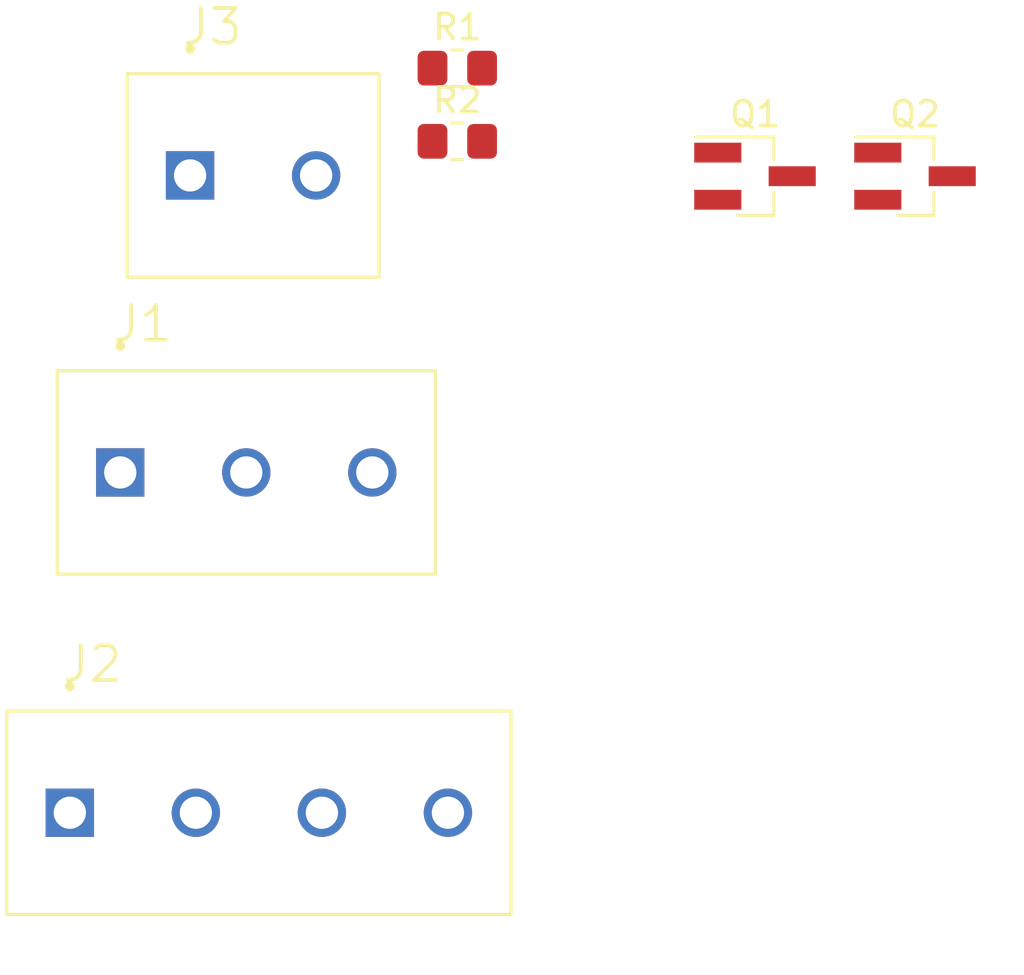
<source format=kicad_pcb>
(kicad_pcb (version 20171130) (host pcbnew "(5.1.10)-1")

  (general
    (thickness 1.6)
    (drawings 0)
    (tracks 0)
    (zones 0)
    (modules 7)
    (nets 9)
  )

  (page A4)
  (layers
    (0 F.Cu signal)
    (31 B.Cu signal)
    (32 B.Adhes user)
    (33 F.Adhes user)
    (34 B.Paste user)
    (35 F.Paste user)
    (36 B.SilkS user)
    (37 F.SilkS user)
    (38 B.Mask user)
    (39 F.Mask user)
    (40 Dwgs.User user)
    (41 Cmts.User user)
    (42 Eco1.User user)
    (43 Eco2.User user)
    (44 Edge.Cuts user)
    (45 Margin user)
    (46 B.CrtYd user)
    (47 F.CrtYd user)
    (48 B.Fab user)
    (49 F.Fab user)
  )

  (setup
    (last_trace_width 0.25)
    (trace_clearance 0.2)
    (zone_clearance 0.508)
    (zone_45_only no)
    (trace_min 0.2)
    (via_size 0.8)
    (via_drill 0.4)
    (via_min_size 0.4)
    (via_min_drill 0.3)
    (uvia_size 0.3)
    (uvia_drill 0.1)
    (uvias_allowed no)
    (uvia_min_size 0.2)
    (uvia_min_drill 0.1)
    (edge_width 0.05)
    (segment_width 0.2)
    (pcb_text_width 0.3)
    (pcb_text_size 1.5 1.5)
    (mod_edge_width 0.12)
    (mod_text_size 1 1)
    (mod_text_width 0.15)
    (pad_size 1.524 1.524)
    (pad_drill 0.762)
    (pad_to_mask_clearance 0)
    (aux_axis_origin 0 0)
    (visible_elements 7FFFFFFF)
    (pcbplotparams
      (layerselection 0x010fc_ffffffff)
      (usegerberextensions false)
      (usegerberattributes true)
      (usegerberadvancedattributes true)
      (creategerberjobfile true)
      (excludeedgelayer true)
      (linewidth 0.100000)
      (plotframeref false)
      (viasonmask false)
      (mode 1)
      (useauxorigin false)
      (hpglpennumber 1)
      (hpglpenspeed 20)
      (hpglpendiameter 15.000000)
      (psnegative false)
      (psa4output false)
      (plotreference true)
      (plotvalue true)
      (plotinvisibletext false)
      (padsonsilk false)
      (subtractmaskfromsilk false)
      (outputformat 1)
      (mirror false)
      (drillshape 1)
      (scaleselection 1)
      (outputdirectory ""))
  )

  (net 0 "")
  (net 1 "Net-(Q1-Pad1)")
  (net 2 "Net-(Q2-Pad1)")
  (net 3 SIG1)
  (net 4 SIG2)
  (net 5 GND)
  (net 6 VCC)
  (net 7 LED1N)
  (net 8 LED2N)

  (net_class Default "This is the default net class."
    (clearance 0.2)
    (trace_width 0.25)
    (via_dia 0.8)
    (via_drill 0.4)
    (uvia_dia 0.3)
    (uvia_drill 0.1)
    (add_net GND)
    (add_net LED1N)
    (add_net LED2N)
    (add_net "Net-(Q1-Pad1)")
    (add_net "Net-(Q2-Pad1)")
    (add_net SIG1)
    (add_net SIG2)
    (add_net VCC)
  )

  (module CUI_TB006-508-03BE:CUI_TB006-508-03BE (layer F.Cu) (tedit 6113F46A) (tstamp 611C5DC1)
    (at 79.502 48.768)
    (path /611C0292)
    (fp_text reference J1 (at 0.905 -5.989) (layer F.SilkS)
      (effects (font (size 1.4 1.4) (thickness 0.15)))
    )
    (fp_text value Screw_Terminal_01x03 (at 12.462 5.461) (layer F.Fab)
      (effects (font (size 1.4 1.4) (thickness 0.15)))
    )
    (fp_circle (center 0 -5.1) (end 0.1 -5.1) (layer F.Fab) (width 0.2))
    (fp_circle (center 0 -5.1) (end 0.1 -5.1) (layer F.SilkS) (width 0.2))
    (fp_line (start 12.95 -4.35) (end 12.95 4.35) (layer F.CrtYd) (width 0.05))
    (fp_line (start -2.79 4.35) (end -2.79 -4.35) (layer F.CrtYd) (width 0.05))
    (fp_line (start 12.95 4.35) (end -2.79 4.35) (layer F.CrtYd) (width 0.05))
    (fp_line (start -2.79 -4.35) (end 12.95 -4.35) (layer F.CrtYd) (width 0.05))
    (fp_line (start 12.7 4.1) (end -2.54 4.1) (layer F.SilkS) (width 0.127))
    (fp_line (start -2.54 -4.1) (end 12.7 -4.1) (layer F.SilkS) (width 0.127))
    (fp_line (start 12.7 -4.1) (end 12.7 4.1) (layer F.SilkS) (width 0.127))
    (fp_line (start -2.54 4.1) (end -2.54 -4.1) (layer F.SilkS) (width 0.127))
    (fp_line (start 12.7 4.1) (end -2.54 4.1) (layer F.Fab) (width 0.127))
    (fp_line (start 12.7 -4.1) (end 12.7 4.1) (layer F.Fab) (width 0.127))
    (fp_line (start -2.54 -4.1) (end 12.7 -4.1) (layer F.Fab) (width 0.127))
    (fp_line (start -2.54 4.1) (end -2.54 -4.1) (layer F.Fab) (width 0.127))
    (pad 1 thru_hole rect (at 0 0) (size 1.95 1.95) (drill 1.3) (layers *.Cu *.Mask)
      (net 3 SIG1))
    (pad 2 thru_hole circle (at 5.08 0) (size 1.95 1.95) (drill 1.3) (layers *.Cu *.Mask)
      (net 4 SIG2))
    (pad 3 thru_hole circle (at 10.16 0) (size 1.95 1.95) (drill 1.3) (layers *.Cu *.Mask)
      (net 5 GND))
    (model ${KIPRJMOD}/Libraries/CUI_TB006-508-03BE.models/TB006-508-03BE.step
      (at (xyz 0 0 0))
      (scale (xyz 1 1 1))
      (rotate (xyz -90 0 0))
    )
  )

  (module CUI_TB006-508-04BE:CUI_TB006-508-04BE (layer F.Cu) (tedit 611C0388) (tstamp 611C611E)
    (at 77.47 62.484)
    (path /611C148E)
    (fp_text reference J2 (at 0.905 -5.989) (layer F.SilkS)
      (effects (font (size 1.4 1.4) (thickness 0.15)))
    )
    (fp_text value Screw_Terminal_01x04 (at 12.462 5.461) (layer F.Fab)
      (effects (font (size 1.4 1.4) (thickness 0.15)))
    )
    (fp_line (start -2.54 4.1) (end -2.54 -4.1) (layer F.Fab) (width 0.127))
    (fp_line (start -2.54 -4.1) (end 17.78 -4.1) (layer F.Fab) (width 0.127))
    (fp_line (start 17.78 -4.1) (end 17.78 4.1) (layer F.Fab) (width 0.127))
    (fp_line (start 17.78 4.1) (end -2.54 4.1) (layer F.Fab) (width 0.127))
    (fp_line (start -2.54 4.1) (end -2.54 -4.1) (layer F.SilkS) (width 0.127))
    (fp_line (start 17.78 -4.1) (end 17.78 4.1) (layer F.SilkS) (width 0.127))
    (fp_line (start -2.54 -4.1) (end 17.78 -4.1) (layer F.SilkS) (width 0.127))
    (fp_line (start 17.78 4.1) (end -2.54 4.1) (layer F.SilkS) (width 0.127))
    (fp_line (start -2.79 -4.35) (end 18.03 -4.35) (layer F.CrtYd) (width 0.05))
    (fp_line (start 18.03 4.35) (end -2.79 4.35) (layer F.CrtYd) (width 0.05))
    (fp_line (start -2.79 4.35) (end -2.79 -4.35) (layer F.CrtYd) (width 0.05))
    (fp_line (start 18.03 -4.35) (end 18.03 4.35) (layer F.CrtYd) (width 0.05))
    (fp_circle (center 0 -5.1) (end 0.1 -5.1) (layer F.SilkS) (width 0.2))
    (fp_circle (center 0 -5.1) (end 0.1 -5.1) (layer F.Fab) (width 0.2))
    (pad 1 thru_hole rect (at 0 0) (size 1.95 1.95) (drill 1.3) (layers *.Cu *.Mask)
      (net 6 VCC))
    (pad 2 thru_hole circle (at 5.08 0) (size 1.95 1.95) (drill 1.3) (layers *.Cu *.Mask)
      (net 7 LED1N))
    (pad 3 thru_hole circle (at 10.16 0) (size 1.95 1.95) (drill 1.3) (layers *.Cu *.Mask)
      (net 6 VCC))
    (pad 4 thru_hole circle (at 15.24 0) (size 1.95 1.95) (drill 1.3) (layers *.Cu *.Mask)
      (net 8 LED2N))
    (model ${KIPRJMOD}/Libraries/CUI_TB006-508-04BE.models/CUI_DEVICES_TB006-508-04BE.step
      (offset (xyz 20.4 4 0))
      (scale (xyz 1 1 1))
      (rotate (xyz -90 0 90))
    )
  )

  (module Package_TO_SOT_SMD:SOT-23_Handsoldering (layer F.Cu) (tedit 5A0AB76C) (tstamp 611C6428)
    (at 105.087001 36.827001)
    (descr "SOT-23, Handsoldering")
    (tags SOT-23)
    (path /611C28DF)
    (attr smd)
    (fp_text reference Q1 (at 0 -2.5) (layer F.SilkS)
      (effects (font (size 1 1) (thickness 0.15)))
    )
    (fp_text value Q_NPN_BCE (at 0 2.5) (layer F.Fab)
      (effects (font (size 1 1) (thickness 0.15)))
    )
    (fp_line (start 0.76 1.58) (end 0.76 0.65) (layer F.SilkS) (width 0.12))
    (fp_line (start 0.76 -1.58) (end 0.76 -0.65) (layer F.SilkS) (width 0.12))
    (fp_line (start -2.7 -1.75) (end 2.7 -1.75) (layer F.CrtYd) (width 0.05))
    (fp_line (start 2.7 -1.75) (end 2.7 1.75) (layer F.CrtYd) (width 0.05))
    (fp_line (start 2.7 1.75) (end -2.7 1.75) (layer F.CrtYd) (width 0.05))
    (fp_line (start -2.7 1.75) (end -2.7 -1.75) (layer F.CrtYd) (width 0.05))
    (fp_line (start 0.76 -1.58) (end -2.4 -1.58) (layer F.SilkS) (width 0.12))
    (fp_line (start -0.7 -0.95) (end -0.7 1.5) (layer F.Fab) (width 0.1))
    (fp_line (start -0.15 -1.52) (end 0.7 -1.52) (layer F.Fab) (width 0.1))
    (fp_line (start -0.7 -0.95) (end -0.15 -1.52) (layer F.Fab) (width 0.1))
    (fp_line (start 0.7 -1.52) (end 0.7 1.52) (layer F.Fab) (width 0.1))
    (fp_line (start -0.7 1.52) (end 0.7 1.52) (layer F.Fab) (width 0.1))
    (fp_line (start 0.76 1.58) (end -0.7 1.58) (layer F.SilkS) (width 0.12))
    (fp_text user %R (at 0 0 90) (layer F.Fab)
      (effects (font (size 0.5 0.5) (thickness 0.075)))
    )
    (pad 1 smd rect (at -1.5 -0.95) (size 1.9 0.8) (layers F.Cu F.Paste F.Mask)
      (net 1 "Net-(Q1-Pad1)"))
    (pad 2 smd rect (at -1.5 0.95) (size 1.9 0.8) (layers F.Cu F.Paste F.Mask)
      (net 7 LED1N))
    (pad 3 smd rect (at 1.5 0) (size 1.9 0.8) (layers F.Cu F.Paste F.Mask)
      (net 5 GND))
    (model ${KISYS3DMOD}/Package_TO_SOT_SMD.3dshapes/SOT-23.wrl
      (at (xyz 0 0 0))
      (scale (xyz 1 1 1))
      (rotate (xyz 0 0 0))
    )
  )

  (module Package_TO_SOT_SMD:SOT-23_Handsoldering (layer F.Cu) (tedit 5A0AB76C) (tstamp 611C643D)
    (at 111.537001 36.827001)
    (descr "SOT-23, Handsoldering")
    (tags SOT-23)
    (path /611C3B1E)
    (attr smd)
    (fp_text reference Q2 (at 0 -2.5) (layer F.SilkS)
      (effects (font (size 1 1) (thickness 0.15)))
    )
    (fp_text value Q_NPN_BCE (at 0 2.5) (layer F.Fab)
      (effects (font (size 1 1) (thickness 0.15)))
    )
    (fp_line (start 0.76 1.58) (end -0.7 1.58) (layer F.SilkS) (width 0.12))
    (fp_line (start -0.7 1.52) (end 0.7 1.52) (layer F.Fab) (width 0.1))
    (fp_line (start 0.7 -1.52) (end 0.7 1.52) (layer F.Fab) (width 0.1))
    (fp_line (start -0.7 -0.95) (end -0.15 -1.52) (layer F.Fab) (width 0.1))
    (fp_line (start -0.15 -1.52) (end 0.7 -1.52) (layer F.Fab) (width 0.1))
    (fp_line (start -0.7 -0.95) (end -0.7 1.5) (layer F.Fab) (width 0.1))
    (fp_line (start 0.76 -1.58) (end -2.4 -1.58) (layer F.SilkS) (width 0.12))
    (fp_line (start -2.7 1.75) (end -2.7 -1.75) (layer F.CrtYd) (width 0.05))
    (fp_line (start 2.7 1.75) (end -2.7 1.75) (layer F.CrtYd) (width 0.05))
    (fp_line (start 2.7 -1.75) (end 2.7 1.75) (layer F.CrtYd) (width 0.05))
    (fp_line (start -2.7 -1.75) (end 2.7 -1.75) (layer F.CrtYd) (width 0.05))
    (fp_line (start 0.76 -1.58) (end 0.76 -0.65) (layer F.SilkS) (width 0.12))
    (fp_line (start 0.76 1.58) (end 0.76 0.65) (layer F.SilkS) (width 0.12))
    (fp_text user %R (at 0 0 90) (layer F.Fab)
      (effects (font (size 0.5 0.5) (thickness 0.075)))
    )
    (pad 3 smd rect (at 1.5 0) (size 1.9 0.8) (layers F.Cu F.Paste F.Mask)
      (net 5 GND))
    (pad 2 smd rect (at -1.5 0.95) (size 1.9 0.8) (layers F.Cu F.Paste F.Mask)
      (net 8 LED2N))
    (pad 1 smd rect (at -1.5 -0.95) (size 1.9 0.8) (layers F.Cu F.Paste F.Mask)
      (net 2 "Net-(Q2-Pad1)"))
    (model ${KISYS3DMOD}/Package_TO_SOT_SMD.3dshapes/SOT-23.wrl
      (at (xyz 0 0 0))
      (scale (xyz 1 1 1))
      (rotate (xyz 0 0 0))
    )
  )

  (module CUI_TB006-508-02BE:CUI_TB006-508-02BE (layer F.Cu) (tedit 611C079C) (tstamp 611C65CD)
    (at 82.317001 36.796001)
    (path /611DE627)
    (fp_text reference J3 (at 0.905 -5.989) (layer F.SilkS)
      (effects (font (size 1.4 1.4) (thickness 0.15)))
    )
    (fp_text value Screw_Terminal_01x02 (at 12.462 5.461) (layer F.Fab)
      (effects (font (size 1.4 1.4) (thickness 0.15)))
    )
    (fp_circle (center 0 -5.1) (end 0.1 -5.1) (layer F.Fab) (width 0.2))
    (fp_circle (center 0 -5.1) (end 0.1 -5.1) (layer F.SilkS) (width 0.2))
    (fp_line (start 7.87 -4.35) (end 7.87 4.35) (layer F.CrtYd) (width 0.05))
    (fp_line (start -2.79 4.35) (end -2.79 -4.35) (layer F.CrtYd) (width 0.05))
    (fp_line (start 7.87 4.35) (end -2.79 4.35) (layer F.CrtYd) (width 0.05))
    (fp_line (start -2.79 -4.35) (end 7.87 -4.35) (layer F.CrtYd) (width 0.05))
    (fp_line (start 7.62 4.1) (end -2.54 4.1) (layer F.SilkS) (width 0.127))
    (fp_line (start -2.54 -4.1) (end 7.62 -4.1) (layer F.SilkS) (width 0.127))
    (fp_line (start 7.62 -4.1) (end 7.62 4.1) (layer F.SilkS) (width 0.127))
    (fp_line (start -2.54 4.1) (end -2.54 -4.1) (layer F.SilkS) (width 0.127))
    (fp_line (start 7.62 4.1) (end -2.54 4.1) (layer F.Fab) (width 0.127))
    (fp_line (start 7.62 -4.1) (end 7.62 4.1) (layer F.Fab) (width 0.127))
    (fp_line (start -2.54 -4.1) (end 7.62 -4.1) (layer F.Fab) (width 0.127))
    (fp_line (start -2.54 4.1) (end -2.54 -4.1) (layer F.Fab) (width 0.127))
    (pad 1 thru_hole rect (at 0 0) (size 1.95 1.95) (drill 1.3) (layers *.Cu *.Mask)
      (net 5 GND))
    (pad 2 thru_hole circle (at 5.08 0) (size 1.95 1.95) (drill 1.3) (layers *.Cu *.Mask)
      (net 6 VCC))
    (model ${KIPRJMOD}/Libraries/CUI_TB006-508-02BE.models/CUI_DEVICES_TB006-508-02BE.step
      (offset (xyz 10.15 4.1 0))
      (scale (xyz 1 1 1))
      (rotate (xyz -90 0 90))
    )
  )

  (module Resistor_SMD:R_0805_2012Metric_Pad1.20x1.40mm_HandSolder (layer F.Cu) (tedit 5F68FEEE) (tstamp 611C65DE)
    (at 93.087001 32.471001)
    (descr "Resistor SMD 0805 (2012 Metric), square (rectangular) end terminal, IPC_7351 nominal with elongated pad for handsoldering. (Body size source: IPC-SM-782 page 72, https://www.pcb-3d.com/wordpress/wp-content/uploads/ipc-sm-782a_amendment_1_and_2.pdf), generated with kicad-footprint-generator")
    (tags "resistor handsolder")
    (path /611DFF5B)
    (attr smd)
    (fp_text reference R1 (at 0 -1.65) (layer F.SilkS)
      (effects (font (size 1 1) (thickness 0.15)))
    )
    (fp_text value 470 (at 0 1.65) (layer F.Fab)
      (effects (font (size 1 1) (thickness 0.15)))
    )
    (fp_line (start 1.85 0.95) (end -1.85 0.95) (layer F.CrtYd) (width 0.05))
    (fp_line (start 1.85 -0.95) (end 1.85 0.95) (layer F.CrtYd) (width 0.05))
    (fp_line (start -1.85 -0.95) (end 1.85 -0.95) (layer F.CrtYd) (width 0.05))
    (fp_line (start -1.85 0.95) (end -1.85 -0.95) (layer F.CrtYd) (width 0.05))
    (fp_line (start -0.227064 0.735) (end 0.227064 0.735) (layer F.SilkS) (width 0.12))
    (fp_line (start -0.227064 -0.735) (end 0.227064 -0.735) (layer F.SilkS) (width 0.12))
    (fp_line (start 1 0.625) (end -1 0.625) (layer F.Fab) (width 0.1))
    (fp_line (start 1 -0.625) (end 1 0.625) (layer F.Fab) (width 0.1))
    (fp_line (start -1 -0.625) (end 1 -0.625) (layer F.Fab) (width 0.1))
    (fp_line (start -1 0.625) (end -1 -0.625) (layer F.Fab) (width 0.1))
    (fp_text user %R (at 0 0) (layer F.Fab)
      (effects (font (size 0.5 0.5) (thickness 0.08)))
    )
    (pad 1 smd roundrect (at -1 0) (size 1.2 1.4) (layers F.Cu F.Paste F.Mask) (roundrect_rratio 0.208333)
      (net 1 "Net-(Q1-Pad1)"))
    (pad 2 smd roundrect (at 1 0) (size 1.2 1.4) (layers F.Cu F.Paste F.Mask) (roundrect_rratio 0.208333)
      (net 3 SIG1))
    (model ${KISYS3DMOD}/Resistor_SMD.3dshapes/R_0805_2012Metric.wrl
      (at (xyz 0 0 0))
      (scale (xyz 1 1 1))
      (rotate (xyz 0 0 0))
    )
  )

  (module Resistor_SMD:R_0805_2012Metric_Pad1.20x1.40mm_HandSolder (layer F.Cu) (tedit 5F68FEEE) (tstamp 611C65EF)
    (at 93.087001 35.421001)
    (descr "Resistor SMD 0805 (2012 Metric), square (rectangular) end terminal, IPC_7351 nominal with elongated pad for handsoldering. (Body size source: IPC-SM-782 page 72, https://www.pcb-3d.com/wordpress/wp-content/uploads/ipc-sm-782a_amendment_1_and_2.pdf), generated with kicad-footprint-generator")
    (tags "resistor handsolder")
    (path /611E2082)
    (attr smd)
    (fp_text reference R2 (at 0 -1.65) (layer F.SilkS)
      (effects (font (size 1 1) (thickness 0.15)))
    )
    (fp_text value 470 (at 0 1.65) (layer F.Fab)
      (effects (font (size 1 1) (thickness 0.15)))
    )
    (fp_text user %R (at 0 0) (layer F.Fab)
      (effects (font (size 0.5 0.5) (thickness 0.08)))
    )
    (fp_line (start -1 0.625) (end -1 -0.625) (layer F.Fab) (width 0.1))
    (fp_line (start -1 -0.625) (end 1 -0.625) (layer F.Fab) (width 0.1))
    (fp_line (start 1 -0.625) (end 1 0.625) (layer F.Fab) (width 0.1))
    (fp_line (start 1 0.625) (end -1 0.625) (layer F.Fab) (width 0.1))
    (fp_line (start -0.227064 -0.735) (end 0.227064 -0.735) (layer F.SilkS) (width 0.12))
    (fp_line (start -0.227064 0.735) (end 0.227064 0.735) (layer F.SilkS) (width 0.12))
    (fp_line (start -1.85 0.95) (end -1.85 -0.95) (layer F.CrtYd) (width 0.05))
    (fp_line (start -1.85 -0.95) (end 1.85 -0.95) (layer F.CrtYd) (width 0.05))
    (fp_line (start 1.85 -0.95) (end 1.85 0.95) (layer F.CrtYd) (width 0.05))
    (fp_line (start 1.85 0.95) (end -1.85 0.95) (layer F.CrtYd) (width 0.05))
    (pad 2 smd roundrect (at 1 0) (size 1.2 1.4) (layers F.Cu F.Paste F.Mask) (roundrect_rratio 0.208333)
      (net 4 SIG2))
    (pad 1 smd roundrect (at -1 0) (size 1.2 1.4) (layers F.Cu F.Paste F.Mask) (roundrect_rratio 0.208333)
      (net 2 "Net-(Q2-Pad1)"))
    (model ${KISYS3DMOD}/Resistor_SMD.3dshapes/R_0805_2012Metric.wrl
      (at (xyz 0 0 0))
      (scale (xyz 1 1 1))
      (rotate (xyz 0 0 0))
    )
  )

)

</source>
